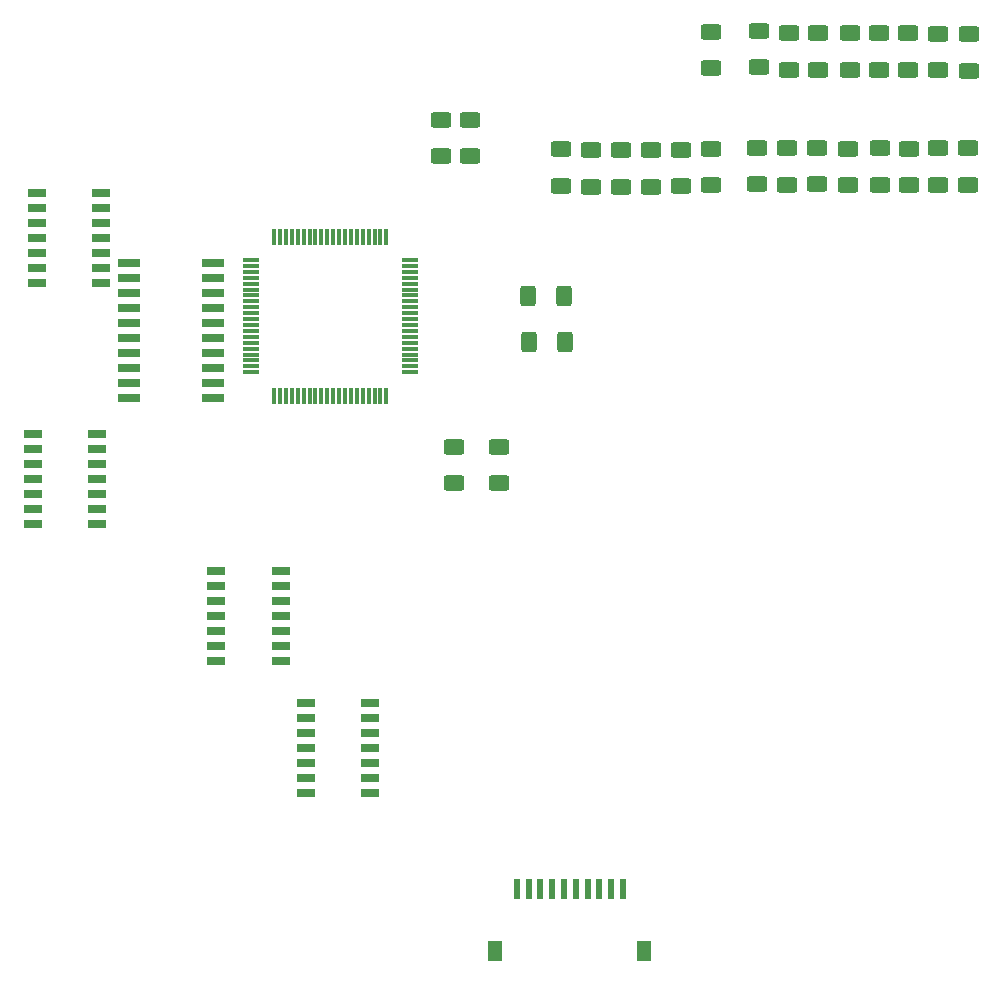
<source format=gbr>
%TF.GenerationSoftware,KiCad,Pcbnew,(6.0.7)*%
%TF.CreationDate,2023-05-12T14:40:02+05:30*%
%TF.ProjectId,DSP_board,4453505f-626f-4617-9264-2e6b69636164,rev?*%
%TF.SameCoordinates,Original*%
%TF.FileFunction,Paste,Top*%
%TF.FilePolarity,Positive*%
%FSLAX46Y46*%
G04 Gerber Fmt 4.6, Leading zero omitted, Abs format (unit mm)*
G04 Created by KiCad (PCBNEW (6.0.7)) date 2023-05-12 14:40:02*
%MOMM*%
%LPD*%
G01*
G04 APERTURE LIST*
G04 Aperture macros list*
%AMRoundRect*
0 Rectangle with rounded corners*
0 $1 Rounding radius*
0 $2 $3 $4 $5 $6 $7 $8 $9 X,Y pos of 4 corners*
0 Add a 4 corners polygon primitive as box body*
4,1,4,$2,$3,$4,$5,$6,$7,$8,$9,$2,$3,0*
0 Add four circle primitives for the rounded corners*
1,1,$1+$1,$2,$3*
1,1,$1+$1,$4,$5*
1,1,$1+$1,$6,$7*
1,1,$1+$1,$8,$9*
0 Add four rect primitives between the rounded corners*
20,1,$1+$1,$2,$3,$4,$5,0*
20,1,$1+$1,$4,$5,$6,$7,0*
20,1,$1+$1,$6,$7,$8,$9,0*
20,1,$1+$1,$8,$9,$2,$3,0*%
G04 Aperture macros list end*
%ADD10RoundRect,0.250000X0.625000X-0.400000X0.625000X0.400000X-0.625000X0.400000X-0.625000X-0.400000X0*%
%ADD11R,1.475000X0.300000*%
%ADD12R,0.300000X1.475000*%
%ADD13RoundRect,0.250000X-0.625000X0.400000X-0.625000X-0.400000X0.625000X-0.400000X0.625000X0.400000X0*%
%ADD14R,1.525000X0.650000*%
%ADD15R,1.825000X0.700000*%
%ADD16RoundRect,0.250000X-0.400000X-0.625000X0.400000X-0.625000X0.400000X0.625000X-0.400000X0.625000X0*%
%ADD17R,0.600000X1.700000*%
%ADD18R,1.200000X1.800000*%
G04 APERTURE END LIST*
D10*
%TO.C,R20*%
X174290000Y-68490000D03*
X174290000Y-65390000D03*
%TD*%
%TO.C,R12*%
X184450000Y-68550000D03*
X184450000Y-65450000D03*
%TD*%
D11*
%TO.C,IC5*%
X126232000Y-84609500D03*
X126232000Y-85109500D03*
X126232000Y-85609500D03*
X126232000Y-86109500D03*
X126232000Y-86609500D03*
X126232000Y-87109500D03*
X126232000Y-87609500D03*
X126232000Y-88109500D03*
X126232000Y-88609500D03*
X126232000Y-89109500D03*
X126232000Y-89609500D03*
X126232000Y-90109500D03*
X126232000Y-90609500D03*
X126232000Y-91109500D03*
X126232000Y-91609500D03*
X126232000Y-92109500D03*
X126232000Y-92609500D03*
X126232000Y-93109500D03*
X126232000Y-93609500D03*
X126232000Y-94109500D03*
D12*
X128220000Y-96097500D03*
X128720000Y-96097500D03*
X129220000Y-96097500D03*
X129720000Y-96097500D03*
X130220000Y-96097500D03*
X130720000Y-96097500D03*
X131220000Y-96097500D03*
X131720000Y-96097500D03*
X132220000Y-96097500D03*
X132720000Y-96097500D03*
X133220000Y-96097500D03*
X133720000Y-96097500D03*
X134220000Y-96097500D03*
X134720000Y-96097500D03*
X135220000Y-96097500D03*
X135720000Y-96097500D03*
X136220000Y-96097500D03*
X136720000Y-96097500D03*
X137220000Y-96097500D03*
X137720000Y-96097500D03*
D11*
X139708000Y-94109500D03*
X139708000Y-93609500D03*
X139708000Y-93109500D03*
X139708000Y-92609500D03*
X139708000Y-92109500D03*
X139708000Y-91609500D03*
X139708000Y-91109500D03*
X139708000Y-90609500D03*
X139708000Y-90109500D03*
X139708000Y-89609500D03*
X139708000Y-89109500D03*
X139708000Y-88609500D03*
X139708000Y-88109500D03*
X139708000Y-87609500D03*
X139708000Y-87109500D03*
X139708000Y-86609500D03*
X139708000Y-86109500D03*
X139708000Y-85609500D03*
X139708000Y-85109500D03*
X139708000Y-84609500D03*
D12*
X137720000Y-82621500D03*
X137220000Y-82621500D03*
X136720000Y-82621500D03*
X136220000Y-82621500D03*
X135720000Y-82621500D03*
X135220000Y-82621500D03*
X134720000Y-82621500D03*
X134220000Y-82621500D03*
X133720000Y-82621500D03*
X133220000Y-82621500D03*
X132720000Y-82621500D03*
X132220000Y-82621500D03*
X131720000Y-82621500D03*
X131220000Y-82621500D03*
X130720000Y-82621500D03*
X130220000Y-82621500D03*
X129720000Y-82621500D03*
X129220000Y-82621500D03*
X128720000Y-82621500D03*
X128220000Y-82621500D03*
%TD*%
D13*
%TO.C,R37*%
X147290000Y-100430000D03*
X147290000Y-103530000D03*
%TD*%
D14*
%TO.C,IC_dc_link_leakage1*%
X107798000Y-99350000D03*
X107798000Y-100620000D03*
X107798000Y-101890000D03*
X107798000Y-103160000D03*
X107798000Y-104430000D03*
X107798000Y-105700000D03*
X107798000Y-106970000D03*
X113222000Y-106970000D03*
X113222000Y-105700000D03*
X113222000Y-104430000D03*
X113222000Y-103160000D03*
X113222000Y-101890000D03*
X113222000Y-100620000D03*
X113222000Y-99350000D03*
%TD*%
%TO.C,IC_batt_2*%
X130908000Y-122090000D03*
X130908000Y-123360000D03*
X130908000Y-124630000D03*
X130908000Y-125900000D03*
X130908000Y-127170000D03*
X130908000Y-128440000D03*
X130908000Y-129710000D03*
X136332000Y-129710000D03*
X136332000Y-128440000D03*
X136332000Y-127170000D03*
X136332000Y-125900000D03*
X136332000Y-124630000D03*
X136332000Y-123360000D03*
X136332000Y-122090000D03*
%TD*%
D13*
%TO.C,R46*%
X157600000Y-75300000D03*
X157600000Y-78400000D03*
%TD*%
%TO.C,R30*%
X186940000Y-75150000D03*
X186940000Y-78250000D03*
%TD*%
%TO.C,R48*%
X152480000Y-75230000D03*
X152480000Y-78330000D03*
%TD*%
%TO.C,R52*%
X162680000Y-75260000D03*
X162680000Y-78360000D03*
%TD*%
%TO.C,R45*%
X160160000Y-75290000D03*
X160160000Y-78390000D03*
%TD*%
%TO.C,R31*%
X184460000Y-75160000D03*
X184460000Y-78260000D03*
%TD*%
%TO.C,R42*%
X179540000Y-75160000D03*
X179540000Y-78260000D03*
%TD*%
%TO.C,R49*%
X171670000Y-75120000D03*
X171670000Y-78220000D03*
%TD*%
D10*
%TO.C,R17*%
X179430000Y-68510000D03*
X179430000Y-65410000D03*
%TD*%
D13*
%TO.C,R34*%
X181950000Y-75180000D03*
X181950000Y-78280000D03*
%TD*%
D10*
%TO.C,R11*%
X187070000Y-68570000D03*
X187070000Y-65470000D03*
%TD*%
D13*
%TO.C,R27*%
X165240000Y-65270000D03*
X165240000Y-68370000D03*
%TD*%
D10*
%TO.C,R18*%
X176950000Y-68490000D03*
X176950000Y-65390000D03*
%TD*%
%TO.C,R22*%
X171850000Y-68480000D03*
X171850000Y-65380000D03*
%TD*%
D13*
%TO.C,R10*%
X142350000Y-72720000D03*
X142350000Y-75820000D03*
%TD*%
D15*
%TO.C,IC1*%
X123052000Y-96315000D03*
X123052000Y-95045000D03*
X123052000Y-93775000D03*
X123052000Y-92505000D03*
X123052000Y-91235000D03*
X123052000Y-89965000D03*
X123052000Y-88695000D03*
X123052000Y-87425000D03*
X123052000Y-86155000D03*
X123052000Y-84885000D03*
X115928000Y-84885000D03*
X115928000Y-86155000D03*
X115928000Y-87425000D03*
X115928000Y-88695000D03*
X115928000Y-89965000D03*
X115928000Y-91235000D03*
X115928000Y-92505000D03*
X115928000Y-93775000D03*
X115928000Y-95045000D03*
X115928000Y-96315000D03*
%TD*%
D16*
%TO.C,R40*%
X149690000Y-87640000D03*
X152790000Y-87640000D03*
%TD*%
D13*
%TO.C,R51*%
X165180000Y-75190000D03*
X165180000Y-78290000D03*
%TD*%
%TO.C,R50*%
X169080000Y-75110000D03*
X169080000Y-78210000D03*
%TD*%
D10*
%TO.C,R24*%
X169280000Y-68310000D03*
X169280000Y-65210000D03*
%TD*%
D14*
%TO.C,IC_grid23*%
X108106000Y-78950000D03*
X108106000Y-80220000D03*
X108106000Y-81490000D03*
X108106000Y-82760000D03*
X108106000Y-84030000D03*
X108106000Y-85300000D03*
X108106000Y-86570000D03*
X113530000Y-86570000D03*
X113530000Y-85300000D03*
X113530000Y-84030000D03*
X113530000Y-82760000D03*
X113530000Y-81490000D03*
X113530000Y-80220000D03*
X113530000Y-78950000D03*
%TD*%
D13*
%TO.C,R38*%
X143410000Y-100420000D03*
X143410000Y-103520000D03*
%TD*%
%TO.C,R44*%
X174220000Y-75090000D03*
X174220000Y-78190000D03*
%TD*%
D14*
%TO.C,IC_batt_1*%
X123338000Y-110970000D03*
X123338000Y-112240000D03*
X123338000Y-113510000D03*
X123338000Y-114780000D03*
X123338000Y-116050000D03*
X123338000Y-117320000D03*
X123338000Y-118590000D03*
X128762000Y-118590000D03*
X128762000Y-117320000D03*
X128762000Y-116050000D03*
X128762000Y-114780000D03*
X128762000Y-113510000D03*
X128762000Y-112240000D03*
X128762000Y-110970000D03*
%TD*%
D16*
%TO.C,R39*%
X149780000Y-91590000D03*
X152880000Y-91590000D03*
%TD*%
D17*
%TO.C,J5*%
X148760000Y-137855000D03*
X149760000Y-137855000D03*
X150760000Y-137855000D03*
X151760000Y-137855000D03*
X152760000Y-137855000D03*
X153760000Y-137855000D03*
X154760000Y-137855000D03*
X155760000Y-137855000D03*
X156760000Y-137855000D03*
X157760000Y-137855000D03*
D18*
X146960000Y-143105000D03*
X159560000Y-143105000D03*
%TD*%
D13*
%TO.C,R43*%
X176840000Y-75190000D03*
X176840000Y-78290000D03*
%TD*%
%TO.C,R47*%
X155050000Y-75310000D03*
X155050000Y-78410000D03*
%TD*%
%TO.C,R9*%
X144840000Y-72730000D03*
X144840000Y-75830000D03*
%TD*%
D10*
%TO.C,R14*%
X181860000Y-68510000D03*
X181860000Y-65410000D03*
%TD*%
M02*

</source>
